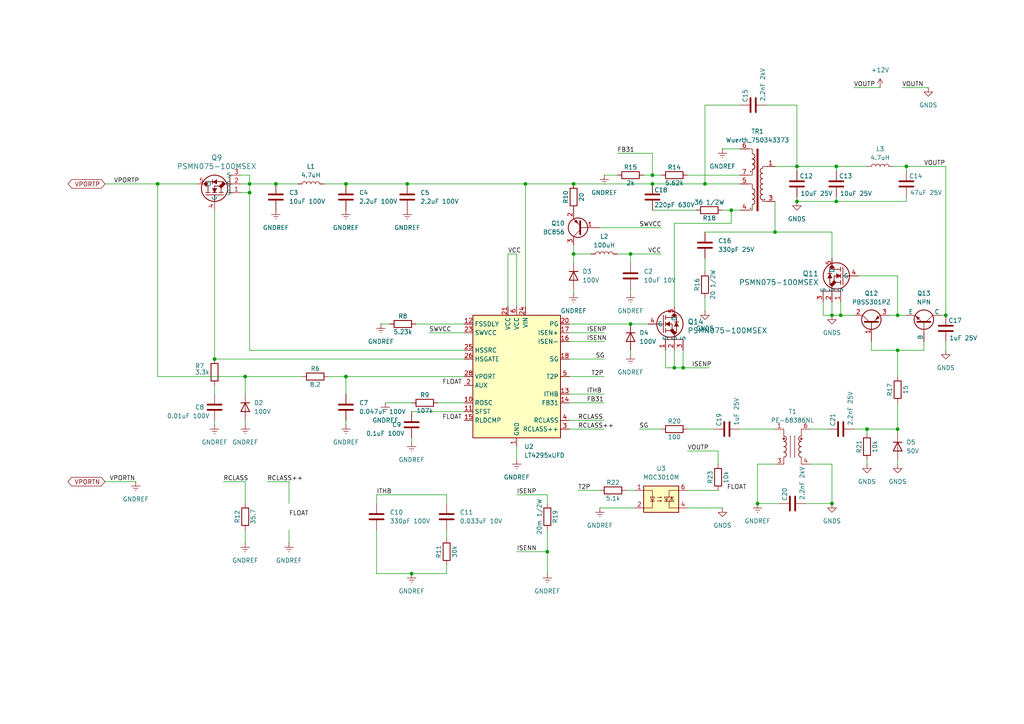
<source format=kicad_sch>
(kicad_sch (version 20231120) (generator "eeschema") (generator_version "8.0")
  (paper "A4")
  (lib_symbols
    (symbol "Device:C" (pin_numbers hide) (pin_names (offset 0.254))
      (property "Reference" "C" (at 0.635 2.54 0))
      (property "Value" "C" (at 0.635 -2.54 0))
      (symbol "C_0_1"
        (polyline (pts (xy -2.032 -0.762) (xy 2.032 -0.762)) (stroke (width 0.508)))
        (polyline (pts (xy -2.032 0.762) (xy 2.032 0.762)) (stroke (width 0.508)))
      )
      (symbol "C_1_1"
        (pin passive line (at 0 3.81 270) (length 2.794) (name "~") (number "1"))
        (pin passive line (at 0 -3.81 90) (length 2.794) (name "~") (number "2"))
      )
    )
    (symbol "Device:D" (pin_numbers hide) (pin_names (offset 1.016) hide)
      (property "Reference" "D" (at 0 2.54 0))
      (property "Value" "D" (at 0 -2.54 0))
      (symbol "D_0_1"
        (polyline (pts (xy -1.27 1.27) (xy -1.27 -1.27)) (stroke (width 0.254)))
        (polyline (pts (xy 1.27 0) (xy -1.27 0)))
        (polyline (pts (xy 1.27 1.27) (xy 1.27 -1.27) (xy -1.27 0) (xy 1.27 1.27)) (stroke (width 0.254)))
      )
      (symbol "D_1_1"
        (pin passive line (at -3.81 0 0) (length 2.54) (name "K") (number "1"))
        (pin passive line (at 3.81 0 180) (length 2.54) (name "A") (number "2"))
      )
    )
    (symbol "Device:L" (pin_numbers hide) (pin_names (offset 1.016) hide)
      (property "Reference" "L" (at -1.27 0 90))
      (property "Value" "L" (at 1.905 0 90))
      (symbol "L_0_1"
        (arc (start 0 -2.54) (mid 0.6323 -1.905) (end 0 -1.27))
        (arc (start 0 -1.27) (mid 0.6323 -0.635) (end 0 0))
        (arc (start 0 0) (mid 0.6323 0.635) (end 0 1.27))
        (arc (start 0 1.27) (mid 0.6323 1.905) (end 0 2.54))
      )
      (symbol "L_1_1"
        (pin passive line (at 0 3.81 270) (length 1.27) (name "1") (number "1"))
        (pin passive line (at 0 -3.81 90) (length 1.27) (name "2") (number "2"))
      )
    )
    (symbol "Device:R" (pin_numbers hide) (pin_names (offset 0))
      (property "Reference" "R" (at 2.032 0 90))
      (property "Value" "R" (at 0 0 90))
      (symbol "R_0_1"
        (rectangle (start -1.016 -2.54) (end 1.016 2.54) (stroke (width 0.254)))
      )
      (symbol "R_1_1"
        (pin passive line (at 0 3.81 270) (length 1.27) (name "~") (number "1"))
        (pin passive line (at 0 -3.81 90) (length 1.27) (name "~") (number "2"))
      )
    )
    (symbol "PSMN075-100MSEX:PSMN075-100MSEX" (pin_names (offset 0.254))
      (property "Reference" "Q" (at 11.43 1.905 0))
      (property "Value" "PSMN075-100MSEX" (at 11.43 -2.54 0))
      (symbol "PSMN075-100MSEX_0_1"
        (polyline (pts (xy 2.54 0) (xy 4.445 0)) (stroke (width 0.2032)))
        (polyline (pts (xy 4.445 -2.54) (xy 4.445 2.54)) (stroke (width 0.2032)))
        (polyline (pts (xy 5.08 -5.08) (xy 5.08 -4.445)) (stroke (width 0.2032)))
        (polyline (pts (xy 5.08 -2.54) (xy 5.08 -1.27)) (stroke (width 0.2032)))
        (polyline (pts (xy 5.08 -1.905) (xy 6.985 -1.905)) (stroke (width 0.2032)))
        (polyline (pts (xy 5.08 -0.635) (xy 5.08 0.635)) (stroke (width 0.2032)))
        (polyline (pts (xy 5.08 1.27) (xy 5.08 2.54)) (stroke (width 0.2032)))
        (polyline (pts (xy 5.08 1.905) (xy 6.985 1.905)) (stroke (width 0.2032)))
        (polyline (pts (xy 6.35 0) (xy 6.985 0)) (stroke (width 0.2032)))
        (polyline (pts (xy 6.985 -2.54) (xy 6.985 0)) (stroke (width 0.2032)))
        (polyline (pts (xy 6.985 -2.54) (xy 8.255 -2.54)) (stroke (width 0.2032)))
        (polyline (pts (xy 6.985 1.905) (xy 6.985 2.54)) (stroke (width 0.2032)))
        (polyline (pts (xy 6.985 2.54) (xy 8.255 2.54)) (stroke (width 0.2032)))
        (polyline (pts (xy 7.62 -5.08) (xy 7.62 -4.445)) (stroke (width 0.2032)))
        (polyline (pts (xy 7.62 -2.54) (xy 7.62 -4.445)) (stroke (width 0.2032)))
        (polyline (pts (xy 8.255 -2.54) (xy 8.255 -0.635)) (stroke (width 0.2032)))
        (polyline (pts (xy 8.255 0.635) (xy 8.255 2.54)) (stroke (width 0.2032)))
        (polyline (pts (xy 8.89 0.635) (xy 7.62 0.635)) (stroke (width 0.2032)))
        (polyline (pts (xy 10.16 -5.08) (xy 10.16 -4.445)) (stroke (width 0.2032)))
        (polyline (pts (xy 10.16 -4.445) (xy 5.08 -4.445)) (stroke (width 0.2032)))
        (polyline (pts (xy 6.35 0.635) (xy 5.08 0) (xy 6.35 -0.635)) (fill (type outline)))
        (polyline (pts (xy 8.89 -0.635) (xy 7.62 -0.635) (xy 8.255 0.635)) (fill (type outline)))
        (circle (center 6.35 0) (radius 3.81) (stroke (width 0.254)))
        (circle (center 6.985 -1.905) (radius 0.0254) (stroke (width 0.508)))
        (circle (center 7.62 -2.54) (radius 0.0254) (stroke (width 0.508)))
        (circle (center 7.62 2.54) (radius 0.0254) (stroke (width 0.508)))
        (pin unspecified line (at 5.08 -7.62 90) (length 2.54) (name "S") (number "1"))
        (pin unspecified line (at 7.62 -7.62 90) (length 2.54) (name "S") (number "2"))
        (pin unspecified line (at 10.16 -7.62 90) (length 2.54) (name "S") (number "3"))
        (pin unspecified line (at 0 0 0) (length 2.54) (name "G") (number "4"))
        (pin unspecified line (at 7.62 5.08 270) (length 2.54) (name "D") (number "5"))
      )
    )
    (symbol "Regulator_Controller:LT4295xUFD"
      (property "Reference" "U" (at -12.7 19.05 0))
      (property "Value" "LT4295xUFD" (at 3.81 19.05 0))
      (symbol "LT4295xUFD_0_1"
        (rectangle (start -12.7 17.78) (end 12.7 -17.78) (stroke (width 0.254)) (fill (type background)))
      )
      (symbol "LT4295xUFD_1_1"
        (pin power_in line (at 0 -20.32 90) (length 2.54) (name "GND") (number "1"))
        (pin passive line (at -15.24 -7.62 0) (length 2.54) (name "ROSC") (number "10"))
        (pin passive line (at -15.24 -10.16 0) (length 2.54) (name "SFST") (number "11"))
        (pin input line (at -15.24 15.24 0) (length 2.54) (name "FSSDLY") (number "12"))
        (pin input line (at 15.24 -5.08 180) (length 2.54) (name "ITHB") (number "13"))
        (pin passive line (at 15.24 -7.62 180) (length 2.54) (name "FB31") (number "14"))
        (pin passive line (at -15.24 -12.7 0) (length 2.54) (name "RLDCMP") (number "15"))
        (pin passive line (at 15.24 10.16 180) (length 2.54) (name "ISEN-") (number "16"))
        (pin passive line (at 15.24 12.7 180) (length 2.54) (name "ISEN+") (number "17"))
        (pin output line (at 15.24 5.08 180) (length 2.54) (name "SG") (number "18"))
        (pin passive line (at 0 -20.32 90) (length 2.54) hide (name "GND") (number "19"))
        (pin input line (at -15.24 -2.54 0) (length 2.54) (name "AUX") (number "2"))
        (pin output line (at 15.24 15.24 180) (length 2.54) (name "PG") (number "20"))
        (pin power_in line (at -2.54 20.32 270) (length 2.54) (name "VCC") (number "21"))
        (pin no_connect line (at -12.7 -15.24 0) (length 2.54) hide (name "DNC") (number "22"))
        (pin output line (at -15.24 12.7 0) (length 2.54) (name "SWVCC") (number "23"))
        (pin power_in line (at 2.54 20.32 270) (length 2.54) (name "VIN") (number "24"))
        (pin input line (at -15.24 7.62 0) (length 2.54) (name "HSSRC") (number "25"))
        (pin output line (at -15.24 5.08 0) (length 2.54) (name "HSGATE") (number "26"))
        (pin no_connect line (at -12.7 -17.78 0) (length 2.54) hide (name "NC") (number "27"))
        (pin input line (at -15.24 0 0) (length 2.54) (name "VPORT") (number "28"))
        (pin passive line (at 0 -20.32 90) (length 2.54) hide (name "GND") (number "29"))
        (pin passive line (at 15.24 -15.24 180) (length 2.54) (name "RCLASS++") (number "3"))
        (pin passive line (at 15.24 -12.7 180) (length 2.54) (name "RCLASS") (number "4"))
        (pin open_collector line (at 15.24 0 180) (length 2.54) (name "T2P") (number "5"))
        (pin power_in line (at 0 20.32 270) (length 2.54) (name "VCC") (number "6"))
        (pin passive line (at 0 20.32 270) (length 2.54) hide (name "VCC") (number "7"))
        (pin passive line (at 0 20.32 270) (length 2.54) hide (name "VCC") (number "8"))
        (pin passive line (at 0 20.32 270) (length 2.54) hide (name "VCC") (number "9"))
      )
    )
    (symbol "Relay_SolidState:MOC3010M"
      (property "Reference" "U" (at -5.334 4.826 0))
      (property "Value" "MOC3010M" (at 0 5.08 0))
      (symbol "MOC3010M_0_1"
        (rectangle (start -5.08 3.81) (end 5.08 -3.81) (stroke (width 0.254)) (fill (type background)))
        (polyline (pts (xy -3.175 -0.635) (xy -1.905 -0.635)))
        (polyline (pts (xy 1.524 -0.635) (xy 1.524 0.635)))
        (polyline (pts (xy 3.048 0.635) (xy 3.048 -0.635)))
        (polyline (pts (xy 2.286 -0.635) (xy 2.286 -2.54) (xy 5.08 -2.54)))
        (polyline (pts (xy 2.286 0.635) (xy 2.286 2.54) (xy 5.08 2.54)))
        (polyline (pts (xy -5.08 2.54) (xy -2.54 2.54) (xy -2.54 -2.54) (xy -5.08 -2.54)))
        (polyline (pts (xy -2.54 -0.635) (xy -3.175 0.635) (xy -1.905 0.635) (xy -2.54 -0.635)))
        (polyline (pts (xy 0.889 -0.635) (xy 3.683 -0.635) (xy 3.048 0.635) (xy 2.413 -0.635)))
        (polyline (pts (xy 3.683 0.635) (xy 0.889 0.635) (xy 1.524 -0.635) (xy 2.159 0.635)))
        (polyline (pts (xy -1.143 -0.508) (xy 0.127 -0.508) (xy -0.254 -0.635) (xy -0.254 -0.381) (xy 0.127 -0.508)))
        (polyline (pts (xy -1.143 0.508) (xy 0.127 0.508) (xy -0.254 0.381) (xy -0.254 0.635) (xy 0.127 0.508)))
      )
      (symbol "MOC3010M_1_1"
        (pin passive line (at -7.62 2.54 0) (length 2.54) (name "~") (number "1"))
        (pin passive line (at -7.62 -2.54 0) (length 2.54) (name "~") (number "2"))
        (pin no_connect line (at -5.08 0 0) (length 2.54) hide (name "NC") (number "3"))
        (pin passive line (at 7.62 -2.54 180) (length 2.54) (name "~") (number "4"))
        (pin no_connect line (at 5.08 0 180) (length 2.54) hide (name "NC") (number "5"))
        (pin passive line (at 7.62 2.54 180) (length 2.54) (name "~") (number "6"))
      )
    )
    (symbol "Simulation_SPICE:NPN" (pin_numbers hide) (pin_names (offset 0))
      (property "Reference" "Q" (at -2.54 7.62 0))
      (property "Value" "NPN" (at -2.54 5.08 0))
      (symbol "NPN_0_1"
        (polyline (pts (xy -2.54 0) (xy 0.635 0)) (stroke (width 0.1524)))
        (polyline (pts (xy 0.635 0.635) (xy 2.54 2.54)))
        (polyline (pts (xy 2.794 -1.27) (xy 2.794 -1.27)) (stroke (width 0.1524)))
        (polyline (pts (xy 2.794 -1.27) (xy 2.794 -1.27)) (stroke (width 0.1524)))
        (polyline (pts (xy 0.635 -0.635) (xy 2.54 -2.54) (xy 2.54 -2.54)))
        (polyline (pts (xy 0.635 1.905) (xy 0.635 -1.905) (xy 0.635 -1.905)) (stroke (width 0.508)))
        (polyline (pts (xy 1.27 -1.778) (xy 1.778 -1.27) (xy 2.286 -2.286) (xy 1.27 -1.778) (xy 1.27 -1.778)) (fill (type outline)))
        (circle (center 1.27 0) (radius 2.8194) (stroke (width 0.254)))
      )
      (symbol "NPN_1_1"
        (pin open_collector line (at 2.54 5.08 270) (length 2.54) (name "C") (number "1"))
        (pin input line (at -5.08 0 0) (length 2.54) (name "B") (number "2"))
        (pin open_emitter line (at 2.54 -5.08 90) (length 2.54) (name "E") (number "3"))
      )
    )
    (symbol "Transformer:PE-68386NL" (pin_names hide)
      (property "Reference" "T" (at 0 6.35 0))
      (property "Value" "PE-68386NL" (at 0 -6.35 0))
      (symbol "PE-68386NL_0_1"
        (arc (start -2.54 -3.048) (mid -1.7813 -2.286) (end -2.54 -1.524) (stroke (width 0.2032)))
        (arc (start -2.54 -1.524) (mid -1.7813 -0.762) (end -2.54 0) (stroke (width 0.2032)))
        (arc (start -2.54 0) (mid -1.7813 0.762) (end -2.54 1.524) (stroke (width 0.2032)))
        (circle (center -2.54 2.286) (radius 0.254) (fill (type outline)))
        (polyline (pts (xy -2.54 -3.048) (xy -2.54 -5.08)))
        (polyline (pts (xy -2.54 5.08) (xy -2.54 3.048)))
        (polyline (pts (xy -0.635 3.175) (xy -0.635 -3.175)))
        (polyline (pts (xy 0.635 3.175) (xy 0.635 -3.175)))
        (polyline (pts (xy 2.54 -3.048) (xy 2.54 -5.08)))
        (polyline (pts (xy 2.54 5.08) (xy 2.54 3.048)))
        (arc (start 2.54 -1.524) (mid 1.7813 -2.286) (end 2.54 -3.048) (stroke (width 0.2032)))
        (arc (start 2.54 0) (mid 1.7813 -0.762) (end 2.54 -1.524) (stroke (width 0.2032)))
        (arc (start 2.54 1.524) (mid 1.7813 0.762) (end 2.54 0) (stroke (width 0.2032)))
        (circle (center 2.54 2.286) (radius 0.254) (fill (type outline)))
        (arc (start 2.54 3.048) (mid 1.7813 2.286) (end 2.54 1.524) (stroke (width 0.2032)))
      )
      (symbol "PE-68386NL_1_1"
        (arc (start -2.54 1.524) (mid -1.7813 2.286) (end -2.54 3.048) (stroke (width 0.2032)))
        (pin passive line (at -5.08 5.08 0) (length 2.54) (name "~") (number "1"))
        (pin passive line (at -5.08 -5.08 0) (length 2.54) (name "~") (number "3"))
        (pin passive line (at 5.08 -5.08 180) (length 2.54) (name "~") (number "4"))
        (pin passive line (at 5.08 5.08 180) (length 2.54) (name "~") (number "6"))
      )
    )
    (symbol "Transformer:Wuerth_750343373"
      (property "Reference" "TR" (at 0 8.89 0))
      (property "Value" "Wuerth_750343373" (at 0 -11.43 0))
      (symbol "Wuerth_750343373_0_1"
        (circle (center -2.032 4.572) (radius 0.127))
        (arc (start -1.524 -4.572) (mid -0.7653 -3.81) (end -1.524 -3.048) (stroke (width 0.2032)))
        (arc (start -1.524 -3.048) (mid -0.7653 -2.286) (end -1.524 -1.524) (stroke (width 0.2032)))
        (arc (start -1.524 -1.524) (mid -0.7653 -0.762) (end -1.524 0) (stroke (width 0.2032)))
        (arc (start -1.524 0) (mid -0.7653 0.762) (end -1.524 1.524) (stroke (width 0.2032)))
        (arc (start -1.524 1.524) (mid -0.7653 2.286) (end -1.524 3.048) (stroke (width 0.2032)))
        (arc (start -1.524 3.048) (mid -0.7653 3.81) (end -1.524 4.572) (stroke (width 0.2032)))
        (rectangle (start -0.254 7.874) (end 0.254 -10.16) (stroke (width 0.0254)) (fill (type outline)))
        (polyline (pts (xy -1.524 -4.572) (xy -1.524 -5.08) (xy -2.54 -5.08)))
        (polyline (pts (xy -1.524 4.572) (xy -1.524 5.08) (xy -2.54 5.08)))
        (polyline (pts (xy 1.524 -8.89) (xy 1.524 -10.16) (xy 2.54 -10.16)))
        (polyline (pts (xy 2.54 -2.54) (xy 1.524 -2.54) (xy 1.524 -4.064)))
        (polyline (pts (xy 2.54 0) (xy 1.524 0) (xy 1.524 1.27)))
        (polyline (pts (xy 2.54 7.62) (xy 1.524 7.62) (xy 1.524 6.096)))
        (arc (start 1.524 -7.239) (mid 0.7653 -8.001) (end 1.524 -8.763) (stroke (width 0.2032)))
        (arc (start 1.524 -5.715) (mid 0.7653 -6.477) (end 1.524 -7.239) (stroke (width 0.2032)))
        (arc (start 1.524 -5.715) (mid 0.7653 -6.477) (end 1.524 -7.239) (stroke (width 0.2032)))
        (arc (start 1.524 -4.191) (mid 0.7653 -4.953) (end 1.524 -5.715) (stroke (width 0.2032)))
        (arc (start 1.524 -4.191) (mid 0.7653 -4.953) (end 1.524 -5.715) (stroke (width 0.2032)))
        (arc (start 1.524 2.921) (mid 0.7653 2.159) (end 1.524 1.397) (stroke (width 0.2032)))
        (arc (start 1.524 4.445) (mid 0.7653 3.683) (end 1.524 2.921) (stroke (width 0.2032)))
        (arc (start 1.524 5.969) (mid 0.7653 5.207) (end 1.524 4.445) (stroke (width 0.2032)))
        (circle (center 2.032 -3.556) (radius 0.127))
        (circle (center 2.032 7.112) (radius 0.127))
      )
      (symbol "Wuerth_750343373_1_1"
        (pin passive line (at -5.08 -5.08 0) (length 2.54) (name "~") (number "1"))
        (pin no_connect line (at 0 -7.62 0) (length 2.54) hide (name "~") (number "10"))
        (pin no_connect line (at 0 2.54 180) (length 2.54) hide (name "~") (number "2"))
        (pin passive line (at -5.08 5.08 0) (length 2.54) (name "~") (number "3"))
        (pin passive line (at 5.08 7.62 180) (length 2.54) (name "~") (number "4"))
        (pin passive line (at 5.08 0 180) (length 2.54) (name "~") (number "5"))
        (pin passive line (at 5.08 -10.16 180) (length 2.54) (name "~") (number "6"))
        (pin passive line (at 5.08 -2.54 180) (length 2.54) (name "~") (number "7"))
        (pin no_connect line (at 0 0 180) (length 2.54) hide (name "~") (number "8"))
        (pin no_connect line (at 0 -2.54 180) (length 2.54) hide (name "~") (number "9"))
      )
    )
    (symbol "Transistor_BJT:BC856" (pin_names (offset 0) hide)
      (property "Reference" "Q" (at 5.08 1.905 0))
      (property "Value" "BC856" (at 5.08 0 0))
      (symbol "BC856_0_1"
        (polyline (pts (xy 0.635 0.635) (xy 2.54 2.54)))
        (polyline (pts (xy 0.635 -0.635) (xy 2.54 -2.54) (xy 2.54 -2.54)))
        (polyline (pts (xy 0.635 1.905) (xy 0.635 -1.905) (xy 0.635 -1.905)) (stroke (width 0.508)))
        (polyline (pts (xy 2.286 -1.778) (xy 1.778 -2.286) (xy 1.27 -1.27) (xy 2.286 -1.778) (xy 2.286 -1.778)) (fill (type outline)))
        (circle (center 1.27 0) (radius 2.8194) (stroke (width 0.254)))
      )
      (symbol "BC856_1_1"
        (pin input line (at -5.08 0 0) (length 5.715) (name "B") (number "1"))
        (pin passive line (at 2.54 -5.08 90) (length 2.54) (name "E") (number "2"))
        (pin passive line (at 2.54 5.08 270) (length 2.54) (name "C") (number "3"))
      )
    )
    (symbol "Transistor_BJT:PBSS301PZ" (pin_names (offset 0) hide)
      (property "Reference" "Q" (at 5.08 1.905 0))
      (property "Value" "PBSS301PZ" (at 5.08 0 0))
      (symbol "PBSS301PZ_0_1"
        (polyline (pts (xy 0.635 0.635) (xy 2.54 2.54)))
        (polyline (pts (xy 0.635 -0.635) (xy 2.54 -2.54) (xy 2.54 -2.54)))
        (polyline (pts (xy 0.635 1.905) (xy 0.635 -1.905) (xy 0.635 -1.905)) (stroke (width 0.508)))
        (polyline (pts (xy 2.286 -1.778) (xy 1.778 -2.286) (xy 1.27 -1.27) (xy 2.286 -1.778) (xy 2.286 -1.778)) (fill (type outline)))
        (circle (center 1.27 0) (radius 2.8194) (stroke (width 0.254)))
      )
      (symbol "PBSS301PZ_1_1"
        (pin input line (at -5.08 0 0) (length 5.715) (name "B") (number "1"))
        (pin passive line (at 2.54 5.08 270) (length 2.54) (name "C") (number "2"))
        (pin passive line (at 2.54 -5.08 90) (length 2.54) (name "E") (number "3"))
        (pin passive line (at 2.54 5.08 270) (length 2.54) hide (name "C") (number "4"))
      )
    )
    (symbol "power:+12V" (power) (pin_numbers hide) (pin_names (offset 0) hide)
      (property "Value" "+12V" (at 0 3.556 0))
      (symbol "+12V_0_1"
        (polyline (pts (xy -0.762 1.27) (xy 0 2.54)))
        (polyline (pts (xy 0 0) (xy 0 2.54)))
        (polyline (pts (xy 0 2.54) (xy 0.762 1.27)))
      )
      (symbol "+12V_1_1"
        (pin power_in line (at 0 0 90) (length 0) (name "~") (number "1"))
      )
    )
    (symbol "power:GNDREF" (power) (pin_numbers hide) (pin_names (offset 0) hide)
      (property "Value" "GNDREF" (at 0 -3.81 0))
      (symbol "GNDREF_0_1"
        (polyline (pts (xy -0.635 -1.905) (xy 0.635 -1.905)))
        (polyline (pts (xy -0.127 -2.54) (xy 0.127 -2.54)))
        (polyline (pts (xy 0 -1.27) (xy 0 0)))
        (polyline (pts (xy 1.27 -1.27) (xy -1.27 -1.27)))
      )
      (symbol "GNDREF_1_1"
        (pin power_in line (at 0 0 270) (length 0) (name "~") (number "1"))
      )
    )
    (symbol "power:GNDS" (power) (pin_numbers hide) (pin_names (offset 0) hide)
      (property "Value" "GNDS" (at 0 -3.81 0))
      (symbol "GNDS_0_1"
        (polyline (pts (xy 0 0) (xy 0 -1.27) (xy 1.27 -1.27) (xy 0 -2.54) (xy -1.27 -1.27) (xy 0 -1.27)))
      )
      (symbol "GNDS_1_1"
        (pin power_in line (at 0 0 270) (length 0) (name "~") (number "1"))
      )
    )
  )
  (junction (at 204.47 53.34))
  (junction (at 241.3 146.05))
  (junction (at 189.23 50.8))
  (junction (at 260.35 101.6))
  (junction (at 158.75 160.02))
  (junction (at 251.46 124.46))
  (junction (at 262.89 48.26))
  (junction (at 260.35 91.44))
  (junction (at 80.01 53.34))
  (junction (at 100.33 109.22))
  (junction (at 231.14 58.42))
  (junction (at 72.39 53.34))
  (junction (at 219.71 146.05))
  (junction (at 152.4 53.34))
  (junction (at 189.23 53.34))
  (junction (at 100.33 53.34))
  (junction (at 62.23 104.14))
  (junction (at 71.12 109.22))
  (junction (at 243.84 91.44))
  (junction (at 72.39 55.88))
  (junction (at 241.3 91.44))
  (junction (at 274.32 91.44))
  (junction (at 195.58 106.68))
  (junction (at 45.72 53.34))
  (junction (at 118.11 53.34))
  (junction (at 182.88 73.66))
  (junction (at 119.38 166.37))
  (junction (at 212.09 60.96))
  (junction (at 242.57 58.42))
  (junction (at 260.35 124.46))
  (junction (at 224.79 67.31))
  (junction (at 242.57 48.26))
  (junction (at 166.37 73.66))
  (junction (at 198.12 106.68))
  (junction (at 166.37 53.34))
  (junction (at 231.14 48.26))
  (junction (at 182.88 93.98))
  (wire (pts (xy 118.11 53.34) (xy 152.4 53.34)))
  (wire (pts (xy 129.54 166.37) (xy 129.54 163.83)))
  (wire (pts (xy 208.28 134.62) (xy 208.28 130.81)))
  (wire (pts (xy 109.22 166.37) (xy 109.22 153.67)))
  (wire (pts (xy 247.65 124.46) (xy 251.46 124.46)))
  (wire (pts (xy 72.39 55.88) (xy 72.39 101.6)))
  (wire (pts (xy 152.4 53.34) (xy 152.4 88.9)))
  (wire (pts (xy 262.89 49.53) (xy 262.89 48.26)))
  (wire (pts (xy 120.65 93.98) (xy 134.62 93.98)))
  (wire (pts (xy 175.26 50.8) (xy 179.07 50.8)))
  (wire (pts (xy 198.12 106.68) (xy 198.12 101.6)))
  (wire (pts (xy 158.75 160.02) (xy 158.75 166.37)))
  (wire (pts (xy 72.39 53.34) (xy 80.01 53.34)))
  (wire (pts (xy 45.72 109.22) (xy 71.12 109.22)))
  (wire (pts (xy 100.33 109.22) (xy 134.62 109.22)))
  (wire (pts (xy 184.15 142.24) (xy 181.61 142.24)))
  (wire (pts (xy 100.33 123.19) (xy 100.33 121.92)))
  (wire (pts (xy 219.71 146.05) (xy 219.71 134.62)))
  (wire (pts (xy 274.32 48.26) (xy 274.32 91.44)))
  (wire (pts (xy 219.71 134.62) (xy 224.79 134.62)))
  (wire (pts (xy 165.1 109.22) (xy 175.26 109.22)))
  (wire (pts (xy 166.37 73.66) (xy 166.37 76.2)))
  (wire (pts (xy 147.32 73.66) (xy 147.32 88.9)))
  (wire (pts (xy 71.12 139.7) (xy 71.12 146.05)))
  (wire (pts (xy 241.3 146.05) (xy 241.3 134.62)))
  (wire (pts (xy 62.23 123.19) (xy 62.23 121.92)))
  (wire (pts (xy 124.46 96.52) (xy 134.62 96.52)))
  (wire (pts (xy 251.46 133.35) (xy 251.46 134.62)))
  (wire (pts (xy 129.54 166.37) (xy 119.38 166.37)))
  (wire (pts (xy 64.77 139.7) (xy 71.12 139.7)))
  (wire (pts (xy 165.1 114.3) (xy 175.26 114.3)))
  (wire (pts (xy 45.72 53.34) (xy 57.15 53.34)))
  (wire (pts (xy 242.57 48.26) (xy 251.46 48.26)))
  (wire (pts (xy 241.3 134.62) (xy 234.95 134.62)))
  (wire (pts (xy 147.32 73.66) (xy 149.86 73.66)))
  (wire (pts (xy 165.1 99.06) (xy 175.26 99.06)))
  (wire (pts (xy 62.23 104.14) (xy 62.23 60.96)))
  (wire (pts (xy 224.79 58.42) (xy 224.79 67.31)))
  (wire (pts (xy 231.14 48.26) (xy 242.57 48.26)))
  (wire (pts (xy 260.35 124.46) (xy 260.35 116.84)))
  (wire (pts (xy 204.47 86.36) (xy 204.47 90.17)))
  (wire (pts (xy 212.09 64.77) (xy 195.58 64.77)))
  (wire (pts (xy 69.85 53.34) (xy 72.39 53.34)))
  (wire (pts (xy 199.39 124.46) (xy 207.01 124.46)))
  (wire (pts (xy 100.33 114.3) (xy 100.33 109.22)))
  (wire (pts (xy 179.07 44.45) (xy 189.23 44.45)))
  (wire (pts (xy 189.23 53.34) (xy 204.47 53.34)))
  (wire (pts (xy 165.1 93.98) (xy 182.88 93.98)))
  (wire (pts (xy 189.23 50.8) (xy 191.77 50.8)))
  (wire (pts (xy 165.1 96.52) (xy 175.26 96.52)))
  (wire (pts (xy 166.37 73.66) (xy 171.45 73.66)))
  (wire (pts (xy 80.01 53.34) (xy 86.36 53.34)))
  (wire (pts (xy 199.39 130.81) (xy 208.28 130.81)))
  (wire (pts (xy 262.89 48.26) (xy 274.32 48.26)))
  (wire (pts (xy 83.82 157.48) (xy 83.82 153.67)))
  (wire (pts (xy 267.97 101.6) (xy 267.97 99.06)))
  (wire (pts (xy 260.35 91.44) (xy 260.35 80.01)))
  (wire (pts (xy 238.76 91.44) (xy 241.3 91.44)))
  (wire (pts (xy 233.68 146.05) (xy 241.3 146.05)))
  (wire (pts (xy 248.92 80.01) (xy 260.35 80.01)))
  (wire (pts (xy 111.76 116.84) (xy 119.38 116.84)))
  (wire (pts (xy 214.63 124.46) (xy 224.79 124.46)))
  (wire (pts (xy 95.25 109.22) (xy 100.33 109.22)))
  (wire (pts (xy 193.04 101.6) (xy 193.04 106.68)))
  (wire (pts (xy 260.35 124.46) (xy 260.35 125.73)))
  (wire (pts (xy 241.3 91.44) (xy 241.3 87.63)))
  (wire (pts (xy 186.69 50.8) (xy 189.23 50.8)))
  (wire (pts (xy 231.14 58.42) (xy 231.14 57.15)))
  (wire (pts (xy 204.47 74.93) (xy 204.47 78.74)))
  (wire (pts (xy 166.37 53.34) (xy 189.23 53.34)))
  (wire (pts (xy 72.39 55.88) (xy 72.39 53.34)))
  (wire (pts (xy 231.14 49.53) (xy 231.14 48.26)))
  (wire (pts (xy 251.46 124.46) (xy 251.46 125.73)))
  (wire (pts (xy 195.58 106.68) (xy 195.58 101.6)))
  (wire (pts (xy 204.47 53.34) (xy 204.47 30.48)))
  (wire (pts (xy 252.73 99.06) (xy 252.73 101.6)))
  (wire (pts (xy 182.88 83.82) (xy 182.88 85.09)))
  (wire (pts (xy 182.88 73.66) (xy 182.88 76.2)))
  (wire (pts (xy 260.35 101.6) (xy 267.97 101.6)))
  (wire (pts (xy 69.85 55.88) (xy 72.39 55.88)))
  (wire (pts (xy 243.84 87.63) (xy 243.84 91.44)))
  (wire (pts (xy 195.58 64.77) (xy 195.58 88.9)))
  (wire (pts (xy 71.12 109.22) (xy 87.63 109.22)))
  (wire (pts (xy 193.04 106.68) (xy 195.58 106.68)))
  (wire (pts (xy 219.71 146.05) (xy 226.06 146.05)))
  (wire (pts (xy 259.08 48.26) (xy 262.89 48.26)))
  (wire (pts (xy 152.4 53.34) (xy 166.37 53.34)))
  (wire (pts (xy 71.12 123.19) (xy 71.12 121.92)))
  (wire (pts (xy 247.65 25.4) (xy 255.27 25.4)))
  (wire (pts (xy 83.82 139.7) (xy 83.82 146.05)))
  (wire (pts (xy 212.09 60.96) (xy 212.09 64.77)))
  (wire (pts (xy 62.23 104.14) (xy 134.62 104.14)))
  (wire (pts (xy 242.57 58.42) (xy 242.57 57.15)))
  (wire (pts (xy 129.54 156.21) (xy 129.54 153.67)))
  (wire (pts (xy 199.39 147.32) (xy 209.55 147.32)))
  (wire (pts (xy 127 116.84) (xy 134.62 116.84)))
  (wire (pts (xy 185.42 124.46) (xy 191.77 124.46)))
  (wire (pts (xy 204.47 53.34) (xy 214.63 53.34)))
  (wire (pts (xy 158.75 153.67) (xy 158.75 160.02)))
  (wire (pts (xy 71.12 109.22) (xy 71.12 114.3)))
  (wire (pts (xy 30.48 53.34) (xy 45.72 53.34)))
  (wire (pts (xy 72.39 101.6) (xy 134.62 101.6)))
  (wire (pts (xy 195.58 106.68) (xy 198.12 106.68)))
  (wire (pts (xy 182.88 101.6) (xy 182.88 102.87)))
  (wire (pts (xy 119.38 119.38) (xy 134.62 119.38)))
  (wire (pts (xy 224.79 67.31) (xy 241.3 67.31)))
  (wire (pts (xy 209.55 43.18) (xy 214.63 43.18)))
  (wire (pts (xy 204.47 30.48) (xy 214.63 30.48)))
  (wire (pts (xy 166.37 71.12) (xy 166.37 73.66)))
  (wire (pts (xy 182.88 73.66) (xy 191.77 73.66)))
  (wire (pts (xy 165.1 124.46) (xy 175.26 124.46)))
  (wire (pts (xy 165.1 116.84) (xy 175.26 116.84)))
  (wire (pts (xy 165.1 104.14) (xy 175.26 104.14)))
  (wire (pts (xy 30.48 139.7) (xy 39.37 139.7)))
  (wire (pts (xy 149.86 143.51) (xy 158.75 143.51)))
  (wire (pts (xy 198.12 106.68) (xy 205.74 106.68)))
  (wire (pts (xy 212.09 60.96) (xy 209.55 60.96)))
  (wire (pts (xy 69.85 50.8) (xy 72.39 50.8)))
  (wire (pts (xy 238.76 87.63) (xy 238.76 91.44)))
  (wire (pts (xy 189.23 44.45) (xy 189.23 50.8)))
  (wire (pts (xy 189.23 60.96) (xy 201.93 60.96)))
  (wire (pts (xy 119.38 128.27) (xy 119.38 127)))
  (wire (pts (xy 274.32 91.44) (xy 273.05 91.44)))
  (wire (pts (xy 173.99 66.04) (xy 191.77 66.04)))
  (wire (pts (xy 257.81 91.44) (xy 260.35 91.44)))
  (wire (pts (xy 274.32 99.06) (xy 274.32 101.6)))
  (wire (pts (xy 199.39 50.8) (xy 214.63 50.8)))
  (wire (pts (xy 222.25 30.48) (xy 231.14 30.48)))
  (wire (pts (xy 158.75 146.05) (xy 158.75 143.51)))
  (wire (pts (xy 149.86 88.9) (xy 149.86 73.66)))
  (wire (pts (xy 109.22 146.05) (xy 109.22 143.51)))
  (wire (pts (xy 224.79 48.26) (xy 231.14 48.26)))
  (wire (pts (xy 262.89 58.42) (xy 262.89 57.15)))
  (wire (pts (xy 173.99 147.32) (xy 184.15 147.32)))
  (wire (pts (xy 149.86 133.35) (xy 149.86 129.54)))
  (wire (pts (xy 182.88 93.98) (xy 187.96 93.98)))
  (wire (pts (xy 93.98 53.34) (xy 100.33 53.34)))
  (wire (pts (xy 62.23 114.3) (xy 62.23 111.76)))
  (wire (pts (xy 247.65 91.44) (xy 243.84 91.44)))
  (wire (pts (xy 71.12 157.48) (xy 71.12 153.67)))
  (wire (pts (xy 100.33 53.34) (xy 118.11 53.34)))
  (wire (pts (xy 260.35 91.44) (xy 262.89 91.44)))
  (wire (pts (xy 129.54 146.05) (xy 129.54 143.51)))
  (wire (pts (xy 242.57 58.42) (xy 262.89 58.42)))
  (wire (pts (xy 45.72 53.34) (xy 45.72 109.22)))
  (wire (pts (xy 260.35 109.22) (xy 260.35 101.6)))
  (wire (pts (xy 241.3 67.31) (xy 241.3 74.93)))
  (wire (pts (xy 231.14 30.48) (xy 231.14 48.26)))
  (wire (pts (xy 179.07 73.66) (xy 182.88 73.66)))
  (wire (pts (xy 165.1 121.92) (xy 175.26 121.92)))
  (wire (pts (xy 149.86 160.02) (xy 158.75 160.02)))
  (wire (pts (xy 214.63 60.96) (xy 212.09 60.96)))
  (wire (pts (xy 119.38 166.37) (xy 109.22 166.37)))
  (wire (pts (xy 72.39 50.8) (xy 72.39 53.34)))
  (wire (pts (xy 199.39 142.24) (xy 208.28 142.24)))
  (wire (pts (xy 166.37 83.82) (xy 166.37 85.09)))
  (wire (pts (xy 260.35 133.35) (xy 260.35 134.62)))
  (wire (pts (xy 231.14 58.42) (xy 242.57 58.42)))
  (wire (pts (xy 252.73 101.6) (xy 260.35 101.6)))
  (wire (pts (xy 234.95 124.46) (xy 240.03 124.46)))
  (wire (pts (xy 261.62 25.4) (xy 269.24 25.4)))
  (wire (pts (xy 204.47 67.31) (xy 224.79 67.31)))
  (wire (pts (xy 129.54 143.51) (xy 109.22 143.51)))
  (wire (pts (xy 243.84 91.44) (xy 241.3 91.44)))
  (wire (pts (xy 110.49 93.98) (xy 113.03 93.98)))
  (wire (pts (xy 251.46 124.46) (xy 260.35 124.46)))
  (wire (pts (xy 242.57 49.53) (xy 242.57 48.26)))
  (wire (pts (xy 167.64 142.24) (xy 173.99 142.24)))
  (wire (pts (xy 77.47 139.7) (xy 83.82 139.7)))
  (label "SWVCC" (at 124.46 96.52 0))
  (label "VPORTN" (at 31.75 139.7 0))
  (label "FB31" (at 170.18 116.84 0))
  (label "VPORTP" (at 33.02 53.34 0))
  (label "FLOAT" (at 210.82 142.24 0))
  (label "ISENP" (at 170.18 96.52 0))
  (label "FLOAT" (at 128.27 121.92 0))
  (label "T2P" (at 167.64 142.24 0))
  (label "SG" (at 172.72 104.14 0))
  (label "ISENN" (at 170.18 99.06 0))
  (label "RCLASS++" (at 77.47 139.7 0))
  (label "SG" (at 185.42 124.46 0))
  (label "VCC" (at 187.96 73.66 0))
  (label "VOUTP" (at 199.39 130.81 0))
  (label "FLOAT" (at 83.82 149.86 0))
  (label "ITHB" (at 109.22 143.51 0))
  (label "ISENP" (at 200.66 106.68 0))
  (label "SWVCC" (at 185.42 66.04 0))
  (label "FLOAT" (at 128.27 111.76 0))
  (label "ISENP" (at 149.86 143.51 0))
  (label "FB31" (at 179.07 44.45 0))
  (label "ISENN" (at 149.86 160.02 0))
  (label "RCLASS++" (at 167.64 124.46 0))
  (label "VOUTN" (at 261.62 25.4 0))
  (label "VCC" (at 147.32 73.66 0))
  (label "VOUTP" (at 267.97 48.26 0))
  (label "ITHB" (at 170.18 114.3 0))
  (label "RCLASS" (at 167.64 121.92 0))
  (label "RCLASS" (at 64.77 139.7 0))
  (label "T2P" (at 171.45 109.22 0))
  (label "VOUTP" (at 247.65 25.4 0))
  (global_label "VPORTP" (shape bidirectional) (at 30.48 53.34 180) (property "Intersheetrefs" "${INTERSHEET_REFS}" (effects (hide yes))))
  (global_label "VPORTN" (shape bidirectional) (at 30.48 139.7 180) (property "Intersheetrefs" "${INTERSHEET_REFS}" (effects (hide yes))))
  (symbol (lib_id "power:GNDREF") (at 119.38 166.37 0) (unit 1)
    (property "Reference" "#PWR017" (effects (hide yes)))
    (property "Value" "GNDREF" (at 119.38 171.45 0))
    (property "Description" "Power symbol creates a global label with name \"GNDREF\" , reference supply ground" (effects (hide yes)))
  )
  (symbol (lib_id "power:GNDREF") (at 39.37 139.7 0) (unit 1)
    (property "Reference" "#PWR08" (effects (hide yes)))
    (property "Value" "GNDREF" (at 39.37 144.78 0))
    (property "Description" "Power symbol creates a global label with name \"GNDREF\" , reference supply ground" (effects (hide yes)))
  )
  (symbol (lib_id "Device:R") (at 205.74 60.96 270) (unit 1)
    (property "Reference" "R18" (at 205.74 63.246 90))
    (property "Value" "36 1/2W" (at 205.74 58.674 90))
    (property "Footprint" "0603" (effects (hide yes)))
    (property "Description" "Resistor" (effects (hide yes)))
  )
  (symbol (lib_id "power:GNDREF") (at 110.49 93.98 0) (unit 1)
    (property "Reference" "#PWR012" (effects (hide yes)))
    (property "Value" "GNDREF" (at 110.49 99.06 0))
    (property "Description" "Power symbol creates a global label with name \"GNDREF\" , reference supply ground" (effects (hide yes)))
  )
  (symbol (lib_id "Device:L") (at 255.27 48.26 90) (unit 1)
    (property "Reference" "L3" (at 255.27 43.18 90))
    (property "Value" "4.7uH" (at 255.27 45.72 90))
    (property "Description" "Inductor" (effects (hide yes)))
  )
  (symbol (lib_id "Transformer:Wuerth_750343373") (at 219.71 53.34 180) (unit 1)
    (property "Reference" "TR1" (at 219.71 38.1 0))
    (property "Value" "Wuerth_750343373" (at 219.71 40.64 0))
    (property "Footprint" "Transformer_THT:Transformer_Wuerth_750343373" (effects (hide yes)))
    (property "Datasheet" "https://katalog.we-online.com/ctm/datasheet/750343373.pdf" (effects (hide yes)))
    (property "Description" "Primary 18-60V 300kHz, Dual Secondary 12V-3A/12V-1A, Flyback Transformer, PCB" (effects (hide yes)))
  )
  (symbol (lib_id "power:GNDREF") (at 80.01 60.96 0) (unit 1)
    (property "Reference" "#PWR04" (effects (hide yes)))
    (property "Value" "GNDREF" (at 80.01 66.04 0))
    (property "Description" "Power symbol creates a global label with name \"GNDREF\" , reference supply ground" (effects (hide yes)))
  )
  (symbol (lib_id "power:GNDREF") (at 100.33 60.96 0) (unit 1)
    (property "Reference" "#PWR05" (effects (hide yes)))
    (property "Value" "GNDREF" (at 100.33 66.04 0))
    (property "Description" "Power symbol creates a global label with name \"GNDREF\" , reference supply ground" (effects (hide yes)))
  )
  (symbol (lib_id "Device:C") (at 109.22 149.86 180) (unit 1)
    (property "Reference" "C10" (at 113.03 148.5899 0) (effects (justify right)))
    (property "Value" "330pF 100V" (at 113.03 151.1299 0) (effects (justify right)))
    (property "Footprint" "0603" (effects (hide yes)))
    (property "Description" "Unpolarized capacitor" (effects (hide yes)))
  )
  (symbol (lib_id "power:GNDREF") (at 158.75 166.37 0) (unit 1)
    (property "Reference" "#PWR027" (effects (hide yes)))
    (property "Value" "GNDREF" (at 158.75 171.45 0))
    (property "Description" "Power symbol creates a global label with name \"GNDREF\" , reference supply ground" (effects (hide yes)))
  )
  (symbol (lib_id "Device:C") (at 204.47 71.12 0) (unit 1)
    (property "Reference" "C16" (at 208.28 69.8499 0) (effects (justify left)))
    (property "Value" "330pF 25V" (at 208.28 72.3899 0) (effects (justify left)))
    (property "Footprint" "0603" (effects (hide yes)))
    (property "Description" "Unpolarized capacitor" (effects (hide yes)))
  )
  (symbol (lib_id "power:GNDS") (at 241.3 91.44 0) (unit 1)
    (property "Reference" "#PWR024" (effects (hide yes)))
    (property "Value" "GNDS" (at 241.3 96.52 0))
    (property "Description" "Power symbol creates a global label with name \"GNDS\" , signal ground" (effects (hide yes)))
  )
  (symbol (lib_id "Device:C") (at 210.82 124.46 270) (unit 1)
    (property "Reference" "C19" (at 208.534 123.698 0) (effects (justify right)))
    (property "Value" "1uF 25V" (at 213.614 123.444 0) (effects (justify right)))
    (property "Footprint" "0603" (effects (hide yes)))
    (property "Description" "Unpolarized capacitor" (effects (hide yes)))
  )
  (symbol (lib_id "PSMN075-100MSEX:PSMN075-100MSEX") (at 248.92 80.01 0) (mirror y) (unit 1)
    (property "Reference" "Q11" (at 237.49 79.3622 0) (effects (font (size 1.524 1.524)) (justify left)))
    (property "Value" "PSMN075-100MSEX" (at 237.49 81.9022 0) (effects (font (size 1.524 1.524)) (justify left)))
    (property "Footprint" "LFPAK33_SOT1210_NEX" (effects (hide yes)))
    (property "Datasheet" "PSMN075-100MSEX" (effects (hide yes)))
  )
  (symbol (lib_id "Device:D") (at 182.88 97.79 270) (unit 1)
    (property "Reference" "D4" (at 185.42 96.5199 90) (effects (justify left)))
    (property "Value" "100V" (at 185.42 99.0599 90) (effects (justify left)))
    (property "Footprint" "0603" (effects (hide yes)))
    (property "Description" "Diode" (effects (hide yes)))
    (property "Sim.Device" "D" (effects (hide yes)))
    (property "Sim.Pins" "1=K 2=A" (effects (hide yes)))
  )
  (symbol (lib_id "power:GNDS") (at 241.3 146.05 0) (unit 1)
    (property "Reference" "#PWR031" (effects (hide yes)))
    (property "Value" "GNDS" (at 241.3 151.13 0))
    (property "Description" "Power symbol creates a global label with name \"GNDS\" , signal ground" (effects (hide yes)))
  )
  (symbol (lib_id "Device:C") (at 189.23 57.15 0) (unit 1)
    (property "Reference" "C18" (at 189.738 55.118 0) (effects (justify left)))
    (property "Value" "220pF 630V" (at 189.738 59.436 0) (effects (justify left)))
    (property "Footprint" "0603" (effects (hide yes)))
    (property "Description" "Unpolarized capacitor" (effects (hide yes)))
  )
  (symbol (lib_id "Device:D") (at 71.12 118.11 270) (unit 1)
    (property "Reference" "D2" (at 73.66 116.8399 90) (effects (justify left)))
    (property "Value" "100V" (at 73.66 119.3799 90) (effects (justify left)))
    (property "Footprint" "0603" (effects (hide yes)))
    (property "Description" "Diode" (effects (hide yes)))
    (property "Sim.Device" "D" (effects (hide yes)))
    (property "Sim.Pins" "1=K 2=A" (effects (hide yes)))
  )
  (symbol (lib_id "PSMN075-100MSEX:PSMN075-100MSEX") (at 62.23 60.96 90) (unit 1)
    (property "Reference" "Q9" (at 62.8523 45.72 90) (effects (font (size 1.524 1.524))))
    (property "Value" "PSMN075-100MSEX" (at 62.8523 48.26 90) (effects (font (size 1.524 1.524))))
    (property "Footprint" "LFPAK33_SOT1210_NEX" (effects (hide yes)))
    (property "Datasheet" "PSMN075-100MSEX" (effects (hide yes)))
  )
  (symbol (lib_id "power:GNDREF") (at 71.12 123.19 0) (unit 1)
    (property "Reference" "#PWR010" (effects (hide yes)))
    (property "Value" "GNDREF" (at 71.12 128.27 0))
    (property "Description" "Power symbol creates a global label with name \"GNDREF\" , reference supply ground" (effects (hide yes)))
  )
  (symbol (lib_id "power:GNDREF") (at 83.82 157.48 0) (unit 1)
    (property "Reference" "#PWR019" (effects (hide yes)))
    (property "Value" "GNDREF" (at 83.82 162.56 0))
    (property "Description" "Power symbol creates a global label with name \"GNDREF\" , reference supply ground" (effects (hide yes)))
  )
  (symbol (lib_id "Device:R") (at 71.12 149.86 180) (unit 1)
    (property "Reference" "R12" (at 68.834 149.86 90))
    (property "Value" "35.7" (at 73.406 149.86 90))
    (property "Footprint" "0603" (effects (hide yes)))
    (property "Description" "Resistor" (effects (hide yes)))
  )
  (symbol (lib_id "Device:C") (at 118.11 57.15 180) (unit 1)
    (property "Reference" "C5" (at 121.92 55.8799 0) (effects (justify right)))
    (property "Value" "2.2uF 100V" (at 121.92 58.4199 0) (effects (justify right)))
    (property "Footprint" "0603" (effects (hide yes)))
    (property "Description" "Unpolarized capacitor" (effects (hide yes)))
  )
  (symbol (lib_id "PSMN075-100MSEX:PSMN075-100MSEX") (at 187.96 93.98 0) (unit 1)
    (property "Reference" "Q14" (at 199.39 93.3322 0) (effects (font (size 1.524 1.524)) (justify left)))
    (property "Value" "PSMN075-100MSEX" (at 199.39 95.8722 0) (effects (font (size 1.524 1.524)) (justify left)))
    (property "Footprint" "LFPAK33_SOT1210_NEX" (effects (hide yes)))
    (property "Datasheet" "PSMN075-100MSEX" (effects (hide yes)))
  )
  (symbol (lib_id "power:GNDS") (at 209.55 147.32 0) (unit 1)
    (property "Reference" "#PWR033" (effects (hide yes)))
    (property "Value" "GNDS" (at 209.55 152.4 0))
    (property "Description" "Power symbol creates a global label with name \"GNDS\" , signal ground" (effects (hide yes)))
  )
  (symbol (lib_id "Device:C") (at 242.57 53.34 180) (unit 1)
    (property "Reference" "C13" (at 243.332 51.054 0) (effects (justify right)))
    (property "Value" "10uF 25V" (at 243.586 56.134 0) (effects (justify right)))
    (property "Footprint" "0603" (effects (hide yes)))
    (property "Description" "Unpolarized capacitor" (effects (hide yes)))
  )
  (symbol (lib_id "Transistor_BJT:BC856") (at 168.91 66.04 180) (unit 1)
    (property "Reference" "Q10" (at 163.83 64.7699 0) (effects (justify left)))
    (property "Value" "BC856" (at 163.83 67.3099 0) (effects (justify left)))
    (property "Footprint" "Package_TO_SOT_SMD:SOT-23" (effects (hide yes)))
    (property "Datasheet" "https://www.onsemi.com/pub/Collateral/BC860-D.pdf" (effects (hide yes)))
    (property "Description" "0.1A Ic, 65V Vce, PNP Transistor, SOT-23" (effects (hide yes)))
  )
  (symbol (lib_id "power:GNDREF") (at 182.88 85.09 0) (unit 1)
    (property "Reference" "#PWR016" (effects (hide yes)))
    (property "Value" "GNDREF" (at 182.88 90.17 0))
    (property "Description" "Power symbol creates a global label with name \"GNDREF\" , reference supply ground" (effects (hide yes)))
  )
  (symbol (lib_id "Device:C") (at 80.01 57.15 180) (unit 1)
    (property "Reference" "C3" (at 83.82 55.8799 0) (effects (justify right)))
    (property "Value" "10uF 100V" (at 83.82 58.4199 0) (effects (justify right)))
    (property "Footprint" "0603" (effects (hide yes)))
    (property "Description" "Unpolarized capacitor" (effects (hide yes)))
  )
  (symbol (lib_id "Relay_SolidState:MOC3010M") (at 191.77 144.78 0) (unit 1)
    (property "Reference" "U3" (at 191.77 135.89 0))
    (property "Value" "MOC3010M" (at 191.77 138.43 0))
    (property "Datasheet" "https://www.onsemi.com/pub/Collateral/MOC3023M-D.PDF" (effects (hide yes)))
    (property "Description" "Random Phase Opto-Triac, Vdrm 250V, Ift 15mA, DIP6" (effects (hide yes)))
  )
  (symbol (lib_id "Transistor_BJT:PBSS301PZ") (at 252.73 93.98 90) (unit 1)
    (property "Reference" "Q12" (at 252.73 85.09 90))
    (property "Value" "PBSS301PZ" (at 252.73 87.63 90))
    (property "Footprint" "Package_TO_SOT_SMD:SOT-223-3_TabPin2" (effects (hide yes)))
    (property "Datasheet" "https://assets.nexperia.com/documents/data-sheet/PBSS301PZ.pdf" (effects (hide yes)))
    (property "Description" "-5.7A Ic, -12V Vce, Small Signal PNP Transistor, SOT-223" (effects (hide yes)))
  )
  (symbol (lib_id "power:GNDS") (at 251.46 134.62 0) (unit 1)
    (property "Reference" "#PWR029" (effects (hide yes)))
    (property "Value" "GNDS" (at 251.46 139.7 0))
    (property "Description" "Power symbol creates a global label with name \"GNDS\" , signal ground" (effects (hide yes)))
  )
  (symbol (lib_id "Device:R") (at 123.19 116.84 90) (unit 1)
    (property "Reference" "R9" (at 123.19 114.554 90))
    (property "Value" "107k" (at 123.19 119.126 90))
    (property "Footprint" "0603" (effects (hide yes)))
    (property "Description" "Resistor" (effects (hide yes)))
  )
  (symbol (lib_id "power:GNDREF") (at 175.26 50.8 0) (unit 1)
    (property "Reference" "#PWR022" (effects (hide yes)))
    (property "Value" "GNDREF" (at 175.26 55.88 0))
    (property "Description" "Power symbol creates a global label with name \"GNDREF\" , reference supply ground" (effects (hide yes)))
  )
  (symbol (lib_id "Device:C") (at 231.14 53.34 180) (unit 1)
    (property "Reference" "C12" (at 231.902 51.054 0) (effects (justify right)))
    (property "Value" "10uF 25V" (at 232.156 56.134 0) (effects (justify right)))
    (property "Footprint" "0603" (effects (hide yes)))
    (property "Description" "Unpolarized capacitor" (effects (hide yes)))
  )
  (symbol (lib_id "power:GNDS") (at 204.47 90.17 0) (unit 1)
    (property "Reference" "#PWR023" (effects (hide yes)))
    (property "Value" "GNDS" (at 204.47 95.25 0))
    (property "Description" "Power symbol creates a global label with name \"GNDS\" , signal ground" (effects (hide yes)))
  )
  (symbol (lib_id "Device:C") (at 182.88 80.01 0) (unit 1)
    (property "Reference" "C2" (at 186.69 78.7399 0) (effects (justify left)))
    (property "Value" "10uF 10V" (at 186.69 81.2799 0) (effects (justify left)))
    (property "Footprint" "0603" (effects (hide yes)))
    (property "Description" "Unpolarized capacitor" (effects (hide yes)))
  )
  (symbol (lib_id "power:GNDREF") (at 71.12 157.48 0) (unit 1)
    (property "Reference" "#PWR018" (effects (hide yes)))
    (property "Value" "GNDREF" (at 71.12 162.56 0))
    (property "Description" "Power symbol creates a global label with name \"GNDREF\" , reference supply ground" (effects (hide yes)))
  )
  (symbol (lib_id "Device:C") (at 229.87 146.05 270) (unit 1)
    (property "Reference" "C20" (at 227.584 145.288 0) (effects (justify right)))
    (property "Value" "2.2nF 2kV" (at 232.664 145.034 0) (effects (justify right)))
    (property "Footprint" "0603" (effects (hide yes)))
    (property "Description" "Unpolarized capacitor" (effects (hide yes)))
  )
  (symbol (lib_id "power:GNDREF") (at 62.23 123.19 0) (unit 1)
    (property "Reference" "#PWR011" (effects (hide yes)))
    (property "Value" "GNDREF" (at 62.23 128.27 0))
    (property "Description" "Power symbol creates a global label with name \"GNDREF\" , reference supply ground" (effects (hide yes)))
  )
  (symbol (lib_id "power:GNDS") (at 231.14 58.42 0) (unit 1)
    (property "Reference" "#PWR020" (effects (hide yes)))
    (property "Value" "GNDS" (at 231.14 63.5 0))
    (property "Description" "Power symbol creates a global label with name \"GNDS\" , signal ground" (effects (hide yes)))
  )
  (symbol (lib_id "Simulation_SPICE:NPN") (at 267.97 93.98 270) (mirror x) (unit 1)
    (property "Reference" "Q13" (at 267.97 85.09 90))
    (property "Value" "NPN" (at 267.97 87.63 90))
    (property "Datasheet" "https://ngspice.sourceforge.io/docs/ngspice-html-manual/manual.xhtml#cha_BJTs" (effects (hide yes)))
    (property "Description" "Bipolar transistor symbol for simulation only, substrate tied to the emitter" (effects (hide yes)))
    (property "Sim.Device" "NPN" (effects (hide yes)))
    (property "Sim.Type" "GUMMELPOON" (effects (hide yes)))
    (property "Sim.Pins" "1=C 2=B 3=E" (effects (hide yes)))
  )
  (symbol (lib_id "Device:C") (at 119.38 123.19 0) (unit 1)
    (property "Reference" "C9" (at 115.062 123.19 0))
    (property "Value" "0.1uF 100V" (at 111.76 125.73 0))
    (property "Footprint" "0603" (effects (hide yes)))
    (property "Description" "Unpolarized capacitor" (effects (hide yes)))
  )
  (symbol (lib_id "Device:L") (at 175.26 73.66 90) (unit 1)
    (property "Reference" "L2" (at 175.26 68.58 90))
    (property "Value" "100uH" (at 175.26 71.12 90))
    (property "Description" "Inductor" (effects (hide yes)))
  )
  (symbol (lib_id "Device:R") (at 208.28 138.43 180) (unit 1)
    (property "Reference" "R23" (at 205.994 138.43 90))
    (property "Value" "10k" (at 210.566 138.43 90))
    (property "Footprint" "0603" (effects (hide yes)))
    (property "Description" "Resistor" (effects (hide yes)))
  )
  (symbol (lib_id "power:+12V") (at 255.27 25.4 0) (unit 1)
    (property "Reference" "#PWR035" (effects (hide yes)))
    (property "Value" "+12V" (at 255.27 20.32 0))
    (property "Description" "Power symbol creates a global label with name \"+12V\"" (effects (hide yes)))
  )
  (symbol (lib_id "power:GNDREF") (at 111.76 116.84 0) (unit 1)
    (property "Reference" "#PWR014" (effects (hide yes)))
    (property "Value" "GNDREF" (at 111.76 121.92 0))
    (property "Description" "Power symbol creates a global label with name \"GNDREF\" , reference supply ground" (effects (hide yes)))
  )
  (symbol (lib_id "Device:R") (at 91.44 109.22 90) (unit 1)
    (property "Reference" "R6" (at 91.44 106.934 90))
    (property "Value" "8.2" (at 91.44 111.506 90))
    (property "Footprint" "0603" (effects (hide yes)))
    (property "Description" "Resistor" (effects (hide yes)))
  )
  (symbol (lib_id "power:GNDREF") (at 219.71 146.05 0) (unit 1)
    (property "Reference" "#PWR028" (effects (hide yes)))
    (property "Value" "GNDREF" (at 219.71 151.13 0))
    (property "Description" "Power symbol creates a global label with name \"GNDREF\" , reference supply ground" (effects (hide yes)))
  )
  (symbol (lib_id "power:GNDREF") (at 118.11 60.96 0) (unit 1)
    (property "Reference" "#PWR06" (effects (hide yes)))
    (property "Value" "GNDREF" (at 118.11 66.04 0))
    (property "Description" "Power symbol creates a global label with name \"GNDREF\" , reference supply ground" (effects (hide yes)))
  )
  (symbol (lib_id "Device:C") (at 218.44 30.48 270) (unit 1)
    (property "Reference" "C15" (at 216.154 29.718 0) (effects (justify right)))
    (property "Value" "2.2nF 2kV" (at 221.234 29.464 0) (effects (justify right)))
    (property "Footprint" "0603" (effects (hide yes)))
    (property "Description" "Unpolarized capacitor" (effects (hide yes)))
  )
  (symbol (lib_id "Device:C") (at 274.32 95.25 180) (unit 1)
    (property "Reference" "C17" (at 275.082 92.964 0) (effects (justify right)))
    (property "Value" "1uF 25V" (at 275.336 98.044 0) (effects (justify right)))
    (property "Footprint" "0603" (effects (hide yes)))
    (property "Description" "Unpolarized capacitor" (effects (hide yes)))
  )
  (symbol (lib_id "power:GNDREF") (at 119.38 128.27 0) (unit 1)
    (property "Reference" "#PWR013" (effects (hide yes)))
    (property "Value" "GNDREF" (at 119.38 133.35 0))
    (property "Description" "Power symbol creates a global label with name \"GNDREF\" , reference supply ground" (effects (hide yes)))
  )
  (symbol (lib_id "Device:C") (at 129.54 149.86 180) (unit 1)
    (property "Reference" "C11" (at 133.35 148.5899 0) (effects (justify right)))
    (property "Value" "0.033uF 10V" (at 133.35 151.1299 0) (effects (justify right)))
    (property "Footprint" "0603" (effects (hide yes)))
    (property "Description" "Unpolarized capacitor" (effects (hide yes)))
  )
  (symbol (lib_id "Device:R") (at 195.58 50.8 90) (unit 1)
    (property "Reference" "R14" (at 195.58 48.514 90))
    (property "Value" "5.62k" (at 195.58 53.086 90))
    (property "Footprint" "0603" (effects (hide yes)))
    (property "Description" "Resistor" (effects (hide yes)))
  )
  (symbol (lib_id "Device:C") (at 262.89 53.34 180) (unit 1)
    (property "Reference" "C14" (at 263.652 51.054 0) (effects (justify right)))
    (property "Value" "47uF 25V" (at 263.906 55.88 0) (effects (justify right)))
    (property "Footprint" "0603" (effects (hide yes)))
    (property "Description" "Unpolarized capacitor" (effects (hide yes)))
  )
  (symbol (lib_id "Device:R") (at 116.84 93.98 90) (unit 1)
    (property "Reference" "R8" (at 116.84 91.694 90))
    (property "Value" "5.23k" (at 116.84 96.266 90))
    (property "Footprint" "0603" (effects (hide yes)))
    (property "Description" "Resistor" (effects (hide yes)))
  )
  (symbol (lib_id "power:GNDREF") (at 100.33 123.19 0) (unit 1)
    (property "Reference" "#PWR09" (effects (hide yes)))
    (property "Value" "GNDREF" (at 100.33 128.27 0))
    (property "Description" "Power symbol creates a global label with name \"GNDREF\" , reference supply ground" (effects (hide yes)))
  )
  (symbol (lib_id "power:GNDREF") (at 173.99 147.32 0) (unit 1)
    (property "Reference" "#PWR032" (effects (hide yes)))
    (property "Value" "GNDREF" (at 173.99 152.4 0))
    (property "Description" "Power symbol creates a global label with name \"GNDREF\" , reference supply ground" (effects (hide yes)))
  )
  (symbol (lib_id "Device:R") (at 177.8 142.24 90) (unit 1)
    (property "Reference" "R22" (at 177.8 139.954 90))
    (property "Value" "5.1k" (at 177.8 144.526 90))
    (property "Footprint" "0603" (effects (hide yes)))
    (property "Description" "Resistor" (effects (hide yes)))
  )
  (symbol (lib_id "power:GNDREF") (at 182.88 102.87 0) (unit 1)
    (property "Reference" "#PWR026" (effects (hide yes)))
    (property "Value" "GNDREF" (at 182.88 107.95 0))
    (property "Description" "Power symbol creates a global label with name \"GNDREF\" , reference supply ground" (effects (hide yes)))
  )
  (symbol (lib_id "Device:D") (at 260.35 129.54 270) (unit 1)
    (property "Reference" "D5" (at 262.89 128.2699 90) (effects (justify left)))
    (property "Value" "50V" (at 262.89 130.8099 90) (effects (justify left)))
    (property "Footprint" "0603" (effects (hide yes)))
    (property "Description" "Diode" (effects (hide yes)))
    (property "Sim.Device" "D" (effects (hide yes)))
    (property "Sim.Pins" "1=K 2=A" (effects (hide yes)))
  )
  (symbol (lib_id "Device:L") (at 90.17 53.34 90) (unit 1)
    (property "Reference" "L1" (at 90.17 48.26 90))
    (property "Value" "4.7uH" (at 90.17 50.8 90))
    (property "Description" "Inductor" (effects (hide yes)))
  )
  (symbol (lib_id "Device:R") (at 204.47 82.55 180) (unit 1)
    (property "Reference" "R16" (at 202.184 82.55 90))
    (property "Value" "20 1/2W" (at 206.756 82.55 90))
    (property "Footprint" "0603" (effects (hide yes)))
    (property "Description" "Resistor" (effects (hide yes)))
  )
  (symbol (lib_id "Device:C") (at 243.84 124.46 270) (unit 1)
    (property "Reference" "C21" (at 241.554 123.698 0) (effects (justify right)))
    (property "Value" "2.2nF 25V" (at 246.634 123.444 0) (effects (justify right)))
    (property "Footprint" "0603" (effects (hide yes)))
    (property "Description" "Unpolarized capacitor" (effects (hide yes)))
  )
  (symbol (lib_id "power:GNDREF") (at 149.86 133.35 0) (unit 1)
    (property "Reference" "#PWR07" (effects (hide yes)))
    (property "Value" "GNDREF" (at 149.86 138.43 0))
    (property "Description" "Power symbol creates a global label with name \"GNDREF\" , reference supply ground" (effects (hide yes)))
  )
  (symbol (lib_id "power:GNDS") (at 269.24 25.4 0) (unit 1)
    (property "Reference" "#PWR034" (effects (hide yes)))
    (property "Value" "GNDS" (at 269.24 30.48 0))
    (property "Description" "Power symbol creates a global label with name \"GNDS\" , signal ground" (effects (hide yes)))
  )
  (symbol (lib_id "Device:C") (at 100.33 57.15 180) (unit 1)
    (property "Reference" "C4" (at 104.14 55.8799 0) (effects (justify right)))
    (property "Value" "2.2uF 100V" (at 104.14 58.4199 0) (effects (justify right)))
    (property "Footprint" "0603" (effects (hide yes)))
    (property "Description" "Unpolarized capacitor" (effects (hide yes)))
  )
  (symbol (lib_id "power:GNDS") (at 260.35 134.62 0) (unit 1)
    (property "Reference" "#PWR030" (effects (hide yes)))
    (property "Value" "GNDS" (at 260.35 139.7 0))
    (property "Description" "Power symbol creates a global label with name \"GNDS\" , signal ground" (effects (hide yes)))
  )
  (symbol (lib_id "Regulator_Controller:LT4295xUFD") (at 149.86 109.22 0) (unit 1)
    (property "Reference" "U2" (at 152.0541 129.54 0) (effects (justify left)))
    (property "Value" "LT4295xUFD" (at 152.0541 132.08 0) (effects (justify left)))
    (property "Footprint" "Package_DFN_QFN:QFN-28-1EP_4x5mm_P0.5mm_EP2.65x3.65mm" (effects (hide yes)))
    (property "Datasheet" "https://www.analog.com/media/en/technical-documentation/data-sheets/LT4295.pdf" (effects (hide yes)))
    (property "Description" "IEEE 802.3bt PD Interface with Forward/Flyback Controller, QFN-28" (effects (hide yes)))
  )
  (symbol (lib_id "Transformer:PE-68386NL") (at 229.87 129.54 0) (unit 1)
    (property "Reference" "T1" (at 229.87 119.38 0))
    (property "Value" "PE-68386NL" (at 229.87 121.92 0))
    (property "Footprint" "Transformer_SMD:Pulse_PA2001NL" (effects (hide yes)))
    (property "Datasheet" "https://productfinder.pulseeng.com/products/datasheets/SPM2007_61.pdf" (effects (hide yes)))
    (property "Description" "SMT Gate Drive Transformer, 1:1" (effects (hide yes)))
  )
  (symbol (lib_id "Device:R") (at 182.88 50.8 90) (unit 1)
    (property "Reference" "R15" (at 182.88 48.514 90))
    (property "Value" "2k" (at 182.88 53.086 90))
    (property "Footprint" "0603" (effects (hide yes)))
    (property "Description" "Resistor" (effects (hide yes)))
  )
  (symbol (lib_id "Device:R") (at 129.54 160.02 180) (unit 1)
    (property "Reference" "R11" (at 127.254 160.02 90))
    (property "Value" "30k" (at 131.826 160.02 90))
    (property "Footprint" "0603" (effects (hide yes)))
    (property "Description" "Resistor" (effects (hide yes)))
  )
  (symbol (lib_id "power:GNDREF") (at 209.55 43.18 0) (unit 1)
    (property "Reference" "#PWR021" (effects (hide yes)))
    (property "Value" "GNDREF" (at 209.55 48.26 0))
    (property "Description" "Power symbol creates a global label with name \"GNDREF\" , reference supply ground" (effects (hide yes)))
  )
  (symbol (lib_id "Device:R") (at 251.46 129.54 180) (unit 1)
    (property "Reference" "R21" (at 249.174 129.54 90))
    (property "Value" "10k" (at 253.746 129.54 90))
    (property "Footprint" "0603" (effects (hide yes)))
    (property "Description" "Resistor" (effects (hide yes)))
  )
  (symbol (lib_id "power:GNDS") (at 274.32 101.6 0) (unit 1)
    (property "Reference" "#PWR025" (effects (hide yes)))
    (property "Value" "GNDS" (at 274.32 106.68 0))
    (property "Description" "Power symbol creates a global label with name \"GNDS\" , signal ground" (effects (hide yes)))
  )
  (symbol (lib_id "Device:D") (at 166.37 80.01 270) (unit 1)
    (property "Reference" "D3" (at 168.91 78.7399 90) (effects (justify left)))
    (property "Value" "100V" (at 168.91 81.2799 90) (effects (justify left)))
    (property "Footprint" "0603" (effects (hide yes)))
    (property "Description" "Diode" (effects (hide yes)))
    (property "Sim.Device" "D" (effects (hide yes)))
    (property "Sim.Pins" "1=K 2=A" (effects (hide yes)))
  )
  (symbol (lib_id "Device:R") (at 195.58 124.46 90) (unit 1)
    (property "Reference" "R20" (at 195.58 122.174 90))
    (property "Value" "100" (at 195.58 126.746 90))
    (property "Footprint" "0603" (effects (hide yes)))
    (property "Description" "Resistor" (effects (hide yes)))
  )
  (symbol (lib_id "Device:C") (at 62.23 118.11 0) (unit 1)
    (property "Reference" "C8" (at 57.912 118.11 0))
    (property "Value" "0.01uF 100V" (at 54.61 120.65 0))
    (property "Footprint" "0603" (effects (hide yes)))
    (property "Description" "Unpolarized capacitor" (effects (hide yes)))
  )
  (symbol (lib_id "Device:R") (at 158.75 149.86 0) (unit 1)
    (property "Reference" "R19" (at 161.036 149.86 90))
    (property "Value" "20m 1/2W" (at 156.464 149.86 90))
    (property "Footprint" "0603" (effects (hide yes)))
    (property "Description" "Resistor" (effects (hide yes)))
  )
  (symbol (lib_id "Device:R") (at 62.23 107.95 0) (unit 1)
    (property "Reference" "R7" (at 57.912 106.172 0))
    (property "Value" "3.3k" (at 58.674 107.95 0))
    (property "Footprint" "0603" (effects (hide yes)))
    (property "Description" "Resistor" (effects (hide yes)))
  )
  (symbol (lib_id "power:GNDREF") (at 166.37 85.09 0) (unit 1)
    (property "Reference" "#PWR015" (effects (hide yes)))
    (property "Value" "GNDREF" (at 166.37 90.17 0))
    (property "Description" "Power symbol creates a global label with name \"GNDREF\" , reference supply ground" (effects (hide yes)))
  )
  (symbol (lib_id "Device:R") (at 166.37 57.15 180) (unit 1)
    (property "Reference" "R10" (at 164.084 57.15 90))
    (property "Value" "20" (at 168.656 57.15 90))
    (property "Footprint" "0603" (effects (hide yes)))
    (property "Description" "Resistor" (effects (hide yes)))
  )
  (symbol (lib_id "Device:R") (at 260.35 113.03 180) (unit 1)
    (property "Reference" "R17" (at 258.064 113.03 90))
    (property "Value" "15" (at 262.636 113.03 90))
    (property "Footprint" "0603" (effects (hide yes)))
    (property "Description" "Resistor" (effects (hide yes)))
  )
  (symbol (lib_id "Device:C") (at 100.33 118.11 180) (unit 1)
    (property "Reference" "C7" (at 104.14 116.8399 0) (effects (justify right)))
    (property "Value" "0.047uF 100V" (at 104.14 119.3799 0) (effects (justify right)))
    (property "Footprint" "0603" (effects (hide yes)))
    (property "Description" "Unpolarized capacitor" (effects (hide yes)))
  )
)
</source>
